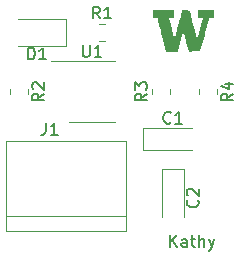
<source format=gbr>
G04 #@! TF.GenerationSoftware,KiCad,Pcbnew,(6.0.4)*
G04 #@! TF.CreationDate,2023-02-21T11:54:07-08:00*
G04 #@! TF.ProjectId,Lab4_Exercise2,4c616234-5f45-4786-9572-63697365322e,rev?*
G04 #@! TF.SameCoordinates,Original*
G04 #@! TF.FileFunction,Legend,Top*
G04 #@! TF.FilePolarity,Positive*
%FSLAX46Y46*%
G04 Gerber Fmt 4.6, Leading zero omitted, Abs format (unit mm)*
G04 Created by KiCad (PCBNEW (6.0.4)) date 2023-02-21 11:54:07*
%MOMM*%
%LPD*%
G01*
G04 APERTURE LIST*
%ADD10C,0.150000*%
%ADD11C,0.120000*%
G04 APERTURE END LIST*
D10*
X159766666Y-108152380D02*
X159766666Y-107152380D01*
X160338095Y-108152380D02*
X159909523Y-107580952D01*
X160338095Y-107152380D02*
X159766666Y-107723809D01*
X161195238Y-108152380D02*
X161195238Y-107628571D01*
X161147619Y-107533333D01*
X161052380Y-107485714D01*
X160861904Y-107485714D01*
X160766666Y-107533333D01*
X161195238Y-108104761D02*
X161100000Y-108152380D01*
X160861904Y-108152380D01*
X160766666Y-108104761D01*
X160719047Y-108009523D01*
X160719047Y-107914285D01*
X160766666Y-107819047D01*
X160861904Y-107771428D01*
X161100000Y-107771428D01*
X161195238Y-107723809D01*
X161528571Y-107485714D02*
X161909523Y-107485714D01*
X161671428Y-107152380D02*
X161671428Y-108009523D01*
X161719047Y-108104761D01*
X161814285Y-108152380D01*
X161909523Y-108152380D01*
X162242857Y-108152380D02*
X162242857Y-107152380D01*
X162671428Y-108152380D02*
X162671428Y-107628571D01*
X162623809Y-107533333D01*
X162528571Y-107485714D01*
X162385714Y-107485714D01*
X162290476Y-107533333D01*
X162242857Y-107580952D01*
X163052380Y-107485714D02*
X163290476Y-108152380D01*
X163528571Y-107485714D02*
X163290476Y-108152380D01*
X163195238Y-108390476D01*
X163147619Y-108438095D01*
X163052380Y-108485714D01*
G04 #@! TO.C,D1*
X147749404Y-92272380D02*
X147749404Y-91272380D01*
X147987500Y-91272380D01*
X148130357Y-91320000D01*
X148225595Y-91415238D01*
X148273214Y-91510476D01*
X148320833Y-91700952D01*
X148320833Y-91843809D01*
X148273214Y-92034285D01*
X148225595Y-92129523D01*
X148130357Y-92224761D01*
X147987500Y-92272380D01*
X147749404Y-92272380D01*
X149273214Y-92272380D02*
X148701785Y-92272380D01*
X148987500Y-92272380D02*
X148987500Y-91272380D01*
X148892261Y-91415238D01*
X148797023Y-91510476D01*
X148701785Y-91558095D01*
G04 #@! TO.C,R4*
X165102380Y-95166666D02*
X164626190Y-95500000D01*
X165102380Y-95738095D02*
X164102380Y-95738095D01*
X164102380Y-95357142D01*
X164150000Y-95261904D01*
X164197619Y-95214285D01*
X164292857Y-95166666D01*
X164435714Y-95166666D01*
X164530952Y-95214285D01*
X164578571Y-95261904D01*
X164626190Y-95357142D01*
X164626190Y-95738095D01*
X164435714Y-94309523D02*
X165102380Y-94309523D01*
X164054761Y-94547619D02*
X164769047Y-94785714D01*
X164769047Y-94166666D01*
G04 #@! TO.C,U1*
X152398095Y-91052380D02*
X152398095Y-91861904D01*
X152445714Y-91957142D01*
X152493333Y-92004761D01*
X152588571Y-92052380D01*
X152779047Y-92052380D01*
X152874285Y-92004761D01*
X152921904Y-91957142D01*
X152969523Y-91861904D01*
X152969523Y-91052380D01*
X153969523Y-92052380D02*
X153398095Y-92052380D01*
X153683809Y-92052380D02*
X153683809Y-91052380D01*
X153588571Y-91195238D01*
X153493333Y-91290476D01*
X153398095Y-91338095D01*
G04 #@! TO.C,C1*
X159833333Y-97607142D02*
X159785714Y-97654761D01*
X159642857Y-97702380D01*
X159547619Y-97702380D01*
X159404761Y-97654761D01*
X159309523Y-97559523D01*
X159261904Y-97464285D01*
X159214285Y-97273809D01*
X159214285Y-97130952D01*
X159261904Y-96940476D01*
X159309523Y-96845238D01*
X159404761Y-96750000D01*
X159547619Y-96702380D01*
X159642857Y-96702380D01*
X159785714Y-96750000D01*
X159833333Y-96797619D01*
X160785714Y-97702380D02*
X160214285Y-97702380D01*
X160500000Y-97702380D02*
X160500000Y-96702380D01*
X160404761Y-96845238D01*
X160309523Y-96940476D01*
X160214285Y-96988095D01*
G04 #@! TO.C,R2*
X149102380Y-95166666D02*
X148626190Y-95500000D01*
X149102380Y-95738095D02*
X148102380Y-95738095D01*
X148102380Y-95357142D01*
X148150000Y-95261904D01*
X148197619Y-95214285D01*
X148292857Y-95166666D01*
X148435714Y-95166666D01*
X148530952Y-95214285D01*
X148578571Y-95261904D01*
X148626190Y-95357142D01*
X148626190Y-95738095D01*
X148197619Y-94785714D02*
X148150000Y-94738095D01*
X148102380Y-94642857D01*
X148102380Y-94404761D01*
X148150000Y-94309523D01*
X148197619Y-94261904D01*
X148292857Y-94214285D01*
X148388095Y-94214285D01*
X148530952Y-94261904D01*
X149102380Y-94833333D01*
X149102380Y-94214285D01*
G04 #@! TO.C,R3*
X157802380Y-95166666D02*
X157326190Y-95500000D01*
X157802380Y-95738095D02*
X156802380Y-95738095D01*
X156802380Y-95357142D01*
X156850000Y-95261904D01*
X156897619Y-95214285D01*
X156992857Y-95166666D01*
X157135714Y-95166666D01*
X157230952Y-95214285D01*
X157278571Y-95261904D01*
X157326190Y-95357142D01*
X157326190Y-95738095D01*
X156802380Y-94833333D02*
X156802380Y-94214285D01*
X157183333Y-94547619D01*
X157183333Y-94404761D01*
X157230952Y-94309523D01*
X157278571Y-94261904D01*
X157373809Y-94214285D01*
X157611904Y-94214285D01*
X157707142Y-94261904D01*
X157754761Y-94309523D01*
X157802380Y-94404761D01*
X157802380Y-94690476D01*
X157754761Y-94785714D01*
X157707142Y-94833333D01*
G04 #@! TO.C,R1*
X153833333Y-88802380D02*
X153500000Y-88326190D01*
X153261904Y-88802380D02*
X153261904Y-87802380D01*
X153642857Y-87802380D01*
X153738095Y-87850000D01*
X153785714Y-87897619D01*
X153833333Y-87992857D01*
X153833333Y-88135714D01*
X153785714Y-88230952D01*
X153738095Y-88278571D01*
X153642857Y-88326190D01*
X153261904Y-88326190D01*
X154785714Y-88802380D02*
X154214285Y-88802380D01*
X154500000Y-88802380D02*
X154500000Y-87802380D01*
X154404761Y-87945238D01*
X154309523Y-88040476D01*
X154214285Y-88088095D01*
G04 #@! TO.C,J1*
X149266666Y-97652380D02*
X149266666Y-98366666D01*
X149219047Y-98509523D01*
X149123809Y-98604761D01*
X148980952Y-98652380D01*
X148885714Y-98652380D01*
X150266666Y-98652380D02*
X149695238Y-98652380D01*
X149980952Y-98652380D02*
X149980952Y-97652380D01*
X149885714Y-97795238D01*
X149790476Y-97890476D01*
X149695238Y-97938095D01*
G04 #@! TO.C,C2*
X162107142Y-104166666D02*
X162154761Y-104214285D01*
X162202380Y-104357142D01*
X162202380Y-104452380D01*
X162154761Y-104595238D01*
X162059523Y-104690476D01*
X161964285Y-104738095D01*
X161773809Y-104785714D01*
X161630952Y-104785714D01*
X161440476Y-104738095D01*
X161345238Y-104690476D01*
X161250000Y-104595238D01*
X161202380Y-104452380D01*
X161202380Y-104357142D01*
X161250000Y-104214285D01*
X161297619Y-104166666D01*
X161297619Y-103785714D02*
X161250000Y-103738095D01*
X161202380Y-103642857D01*
X161202380Y-103404761D01*
X161250000Y-103309523D01*
X161297619Y-103261904D01*
X161392857Y-103214285D01*
X161488095Y-103214285D01*
X161630952Y-103261904D01*
X162202380Y-103833333D01*
X162202380Y-103214285D01*
D11*
G04 #@! TO.C,D1*
X146887500Y-91135000D02*
X150947500Y-91135000D01*
X150947500Y-88865000D02*
X146887500Y-88865000D01*
X150947500Y-91135000D02*
X150947500Y-88865000D01*
G04 #@! TO.C,R4*
X163735000Y-94772936D02*
X163735000Y-95227064D01*
X162265000Y-94772936D02*
X162265000Y-95227064D01*
G04 #@! TO.C,U1*
X153160000Y-97560000D02*
X151210000Y-97560000D01*
X153160000Y-92440000D02*
X149710000Y-92440000D01*
X153160000Y-92440000D02*
X155110000Y-92440000D01*
X153160000Y-97560000D02*
X155110000Y-97560000D01*
G04 #@! TO.C,C1*
X157515000Y-99935000D02*
X161600000Y-99935000D01*
X161600000Y-98065000D02*
X157515000Y-98065000D01*
X157515000Y-98065000D02*
X157515000Y-99935000D01*
G04 #@! TO.C,R2*
X146265000Y-94772936D02*
X146265000Y-95227064D01*
X147735000Y-94772936D02*
X147735000Y-95227064D01*
G04 #@! TO.C,R3*
X159735000Y-95227064D02*
X159735000Y-94772936D01*
X158265000Y-95227064D02*
X158265000Y-94772936D01*
G04 #@! TO.C,G\u002A\u002A\u002A*
G36*
X161133761Y-88126733D02*
G01*
X161456351Y-88133035D01*
X161752348Y-89332474D01*
X161808241Y-89558050D01*
X161861144Y-89769798D01*
X161910025Y-89963703D01*
X161953851Y-90135752D01*
X161991589Y-90281932D01*
X162022207Y-90398230D01*
X162044671Y-90480631D01*
X162057949Y-90525122D01*
X162060992Y-90531982D01*
X162068847Y-90510960D01*
X162086805Y-90451654D01*
X162113323Y-90359743D01*
X162146859Y-90240906D01*
X162185869Y-90100822D01*
X162228810Y-89945169D01*
X162274140Y-89779627D01*
X162320314Y-89609874D01*
X162365790Y-89441588D01*
X162409026Y-89280449D01*
X162448477Y-89132136D01*
X162482600Y-89002327D01*
X162509854Y-88896701D01*
X162528693Y-88820936D01*
X162537577Y-88780712D01*
X162538065Y-88776279D01*
X162516620Y-88768574D01*
X162459762Y-88761317D01*
X162377550Y-88755590D01*
X162326903Y-88753539D01*
X162116562Y-88747001D01*
X162110236Y-88434333D01*
X162103909Y-88121666D01*
X163492301Y-88121666D01*
X163492301Y-88758371D01*
X163288079Y-88758371D01*
X163191207Y-88758830D01*
X163130389Y-88761994D01*
X163096200Y-88770549D01*
X163079214Y-88787176D01*
X163070006Y-88814560D01*
X163068430Y-88820905D01*
X163059998Y-88853607D01*
X163041016Y-88926297D01*
X163012531Y-89034987D01*
X162975591Y-89175690D01*
X162931244Y-89344419D01*
X162880539Y-89537187D01*
X162824523Y-89750005D01*
X162764244Y-89978888D01*
X162700751Y-90219846D01*
X162696378Y-90236437D01*
X162339751Y-91589436D01*
X161841366Y-91595542D01*
X161342981Y-91601647D01*
X161140494Y-90788290D01*
X161093476Y-90599653D01*
X161049126Y-90422149D01*
X161008832Y-90261301D01*
X160973981Y-90122632D01*
X160945961Y-90011663D01*
X160926161Y-89933917D01*
X160916085Y-89895345D01*
X160909598Y-89877689D01*
X160901887Y-89872680D01*
X160891776Y-89883985D01*
X160878084Y-89915271D01*
X160859636Y-89970206D01*
X160835252Y-90052455D01*
X160803755Y-90165686D01*
X160763967Y-90313566D01*
X160714710Y-90499761D01*
X160682321Y-90623008D01*
X160632930Y-90810957D01*
X160586254Y-90988083D01*
X160543770Y-91148814D01*
X160506956Y-91287582D01*
X160477289Y-91398814D01*
X160456248Y-91476942D01*
X160445562Y-91515533D01*
X160420645Y-91600806D01*
X159427613Y-91600806D01*
X159093993Y-90264862D01*
X159033709Y-90023541D01*
X158976186Y-89793435D01*
X158922460Y-89578671D01*
X158873564Y-89383373D01*
X158830532Y-89211669D01*
X158794397Y-89067683D01*
X158766195Y-88955541D01*
X158746959Y-88879370D01*
X158737816Y-88843644D01*
X158715257Y-88758371D01*
X158307699Y-88758371D01*
X158307699Y-88121666D01*
X160149597Y-88121666D01*
X160149597Y-88758371D01*
X159919770Y-88758371D01*
X159810871Y-88759783D01*
X159741741Y-88764506D01*
X159706743Y-88773270D01*
X159700236Y-88786795D01*
X159707853Y-88814538D01*
X159725164Y-88881474D01*
X159750921Y-88982653D01*
X159783873Y-89113126D01*
X159822773Y-89267943D01*
X159866370Y-89442155D01*
X159913415Y-89630811D01*
X159924072Y-89673635D01*
X159971582Y-89863450D01*
X160016006Y-90038703D01*
X160056102Y-90194652D01*
X160090625Y-90326558D01*
X160118332Y-90429679D01*
X160137978Y-90499275D01*
X160148319Y-90530604D01*
X160149290Y-90531903D01*
X160157276Y-90510589D01*
X160175765Y-90449482D01*
X160203599Y-90352749D01*
X160239618Y-90224556D01*
X160282663Y-90069067D01*
X160331575Y-89890450D01*
X160385195Y-89692869D01*
X160442362Y-89480492D01*
X160454623Y-89434723D01*
X160513392Y-89215352D01*
X160569501Y-89006246D01*
X160621674Y-88812134D01*
X160668637Y-88637745D01*
X160709114Y-88487809D01*
X160741830Y-88367057D01*
X160765509Y-88280216D01*
X160778876Y-88232017D01*
X160779725Y-88229060D01*
X160811171Y-88120430D01*
X161133761Y-88126733D01*
G37*
G04 #@! TO.C,R1*
X153772936Y-89265000D02*
X154227064Y-89265000D01*
X153772936Y-90735000D02*
X154227064Y-90735000D01*
G04 #@! TO.C,J1*
X145920000Y-99190000D02*
X145920000Y-106810000D01*
X156080000Y-106810000D02*
X156080000Y-99190000D01*
X145920000Y-106810000D02*
X156080000Y-106810000D01*
X156080000Y-99190000D02*
X145920000Y-99190000D01*
X156080000Y-105540000D02*
X145920000Y-105540000D01*
G04 #@! TO.C,C2*
X159065000Y-101515000D02*
X159065000Y-105600000D01*
X160935000Y-101515000D02*
X159065000Y-101515000D01*
X160935000Y-105600000D02*
X160935000Y-101515000D01*
G04 #@! TD*
M02*

</source>
